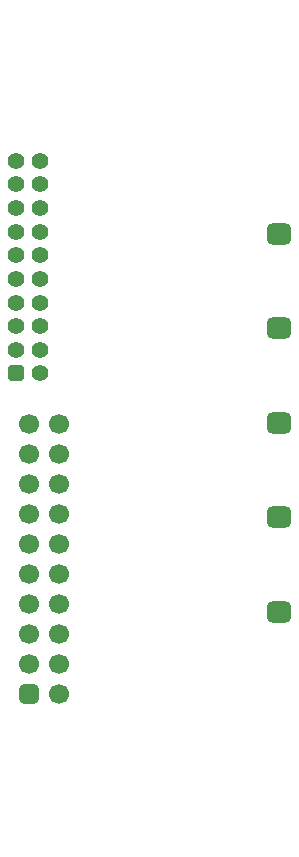
<source format=gbs>
G04*
G04 #@! TF.GenerationSoftware,Altium Limited,Altium Designer,23.3.1 (30)*
G04*
G04 Layer_Color=16711935*
%FSLAX44Y44*%
%MOMM*%
G71*
G04*
G04 #@! TF.SameCoordinates,3F57623D-7EA3-4023-A88F-E5603923C6E2*
G04*
G04*
G04 #@! TF.FilePolarity,Negative*
G04*
G01*
G75*
G04:AMPARAMS|DCode=26|XSize=1.8mm|YSize=2.1mm|CornerRadius=0.475mm|HoleSize=0mm|Usage=FLASHONLY|Rotation=90.000|XOffset=0mm|YOffset=0mm|HoleType=Round|Shape=RoundedRectangle|*
%AMROUNDEDRECTD26*
21,1,1.8000,1.1500,0,0,90.0*
21,1,0.8500,2.1000,0,0,90.0*
1,1,0.9500,0.5750,0.4250*
1,1,0.9500,0.5750,-0.4250*
1,1,0.9500,-0.5750,-0.4250*
1,1,0.9500,-0.5750,0.4250*
%
%ADD26ROUNDEDRECTD26*%
%ADD27C,0.1000*%
%ADD28C,1.4000*%
G04:AMPARAMS|DCode=29|XSize=1.4mm|YSize=1.4mm|CornerRadius=0.375mm|HoleSize=0mm|Usage=FLASHONLY|Rotation=90.000|XOffset=0mm|YOffset=0mm|HoleType=Round|Shape=RoundedRectangle|*
%AMROUNDEDRECTD29*
21,1,1.4000,0.6500,0,0,90.0*
21,1,0.6500,1.4000,0,0,90.0*
1,1,0.7500,0.3250,0.3250*
1,1,0.7500,0.3250,-0.3250*
1,1,0.7500,-0.3250,-0.3250*
1,1,0.7500,-0.3250,0.3250*
%
%ADD29ROUNDEDRECTD29*%
%ADD30C,1.7000*%
G04:AMPARAMS|DCode=31|XSize=1.7mm|YSize=1.7mm|CornerRadius=0.45mm|HoleSize=0mm|Usage=FLASHONLY|Rotation=90.000|XOffset=0mm|YOffset=0mm|HoleType=Round|Shape=RoundedRectangle|*
%AMROUNDEDRECTD31*
21,1,1.7000,0.8000,0,0,90.0*
21,1,0.8000,1.7000,0,0,90.0*
1,1,0.9000,0.4000,0.4000*
1,1,0.9000,0.4000,-0.4000*
1,1,0.9000,-0.4000,-0.4000*
1,1,0.9000,-0.4000,0.4000*
%
%ADD31ROUNDEDRECTD31*%
D26*
X260000Y550000D02*
D03*
Y230000D02*
D03*
Y390000D02*
D03*
Y470000D02*
D03*
Y310000D02*
D03*
D27*
Y730000D02*
D03*
Y40000D02*
D03*
X47500Y730000D02*
D03*
Y40000D02*
D03*
D28*
X37800Y471650D02*
D03*
X57800Y451650D02*
D03*
Y611650D02*
D03*
X37800D02*
D03*
X57800Y591650D02*
D03*
X37800D02*
D03*
X57800Y571650D02*
D03*
X37800D02*
D03*
X57800Y551650D02*
D03*
X37800D02*
D03*
X57800Y531650D02*
D03*
X37800D02*
D03*
X57800Y511650D02*
D03*
X37800D02*
D03*
X57800Y491650D02*
D03*
X37800D02*
D03*
X57800Y471650D02*
D03*
X37800Y451650D02*
D03*
X57800Y431650D02*
D03*
D29*
X37800D02*
D03*
D30*
X74400Y160000D02*
D03*
X49000Y185400D02*
D03*
X74400D02*
D03*
X49000Y210800D02*
D03*
X74400D02*
D03*
X49000Y236200D02*
D03*
X74400D02*
D03*
X49000Y261600D02*
D03*
X74400D02*
D03*
X49000Y287000D02*
D03*
X74400D02*
D03*
X49000Y312400D02*
D03*
X74400D02*
D03*
X49000Y337800D02*
D03*
X74400D02*
D03*
X49000Y363200D02*
D03*
X74400D02*
D03*
X49000Y388600D02*
D03*
X74400D02*
D03*
D31*
X49000Y160000D02*
D03*
M02*

</source>
